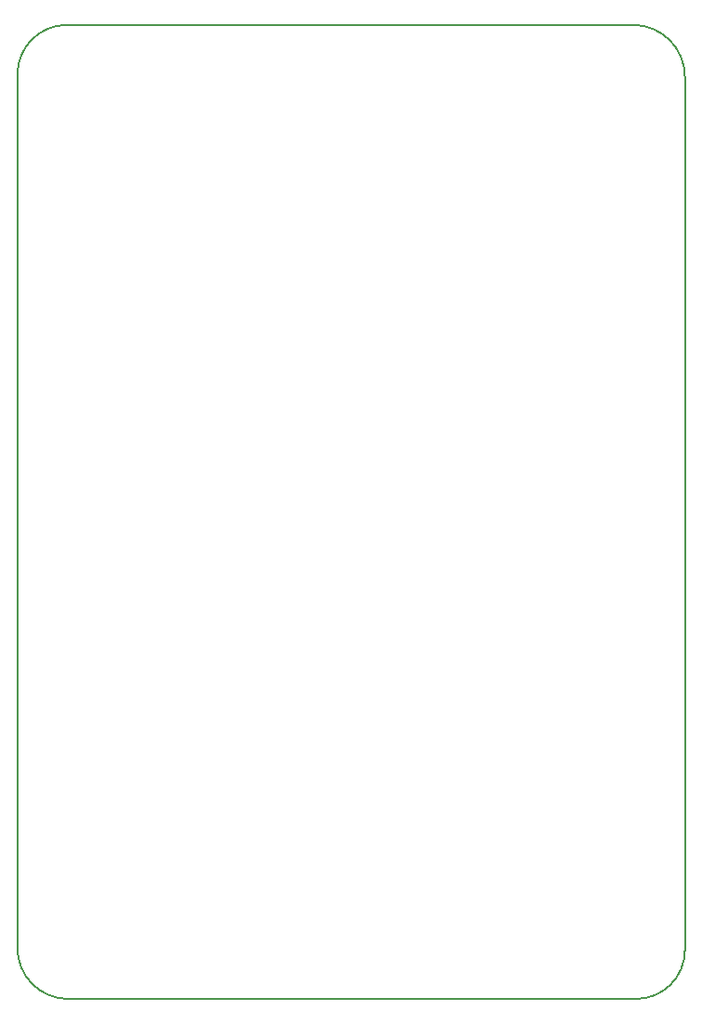
<source format=gko>
G04*
G04 #@! TF.GenerationSoftware,Altium Limited,Altium Designer,21.3.2 (30)*
G04*
G04 Layer_Color=16711935*
%FSTAX25Y25*%
%MOIN*%
G70*
G04*
G04 #@! TF.SameCoordinates,19385EB9-96A7-4604-B433-F295045984F4*
G04*
G04*
G04 #@! TF.FilePolarity,Positive*
G04*
G01*
G75*
%ADD15C,0.00500*%
D15*
X0095Y0082239D02*
G03*
X0113239Y0064I0018239J0D01*
G01*
X0317117D02*
G03*
X03346Y0081483I0J0017483D01*
G01*
X0112748Y04134D02*
G03*
X0095Y0395652I0J-0017748D01*
G01*
X03346Y0394793D02*
G03*
X0315993Y04134I-0018607J0D01*
G01*
X0095Y0082239D02*
Y0120025D01*
X0113239Y0064D02*
X0317117D01*
X03346Y0081483D02*
Y0119346D01*
Y0394793D01*
X0112748Y04134D02*
X0128D01*
X0095Y0120025D02*
Y0395652D01*
X0128Y04134D02*
X0315993Y04134D01*
M02*

</source>
